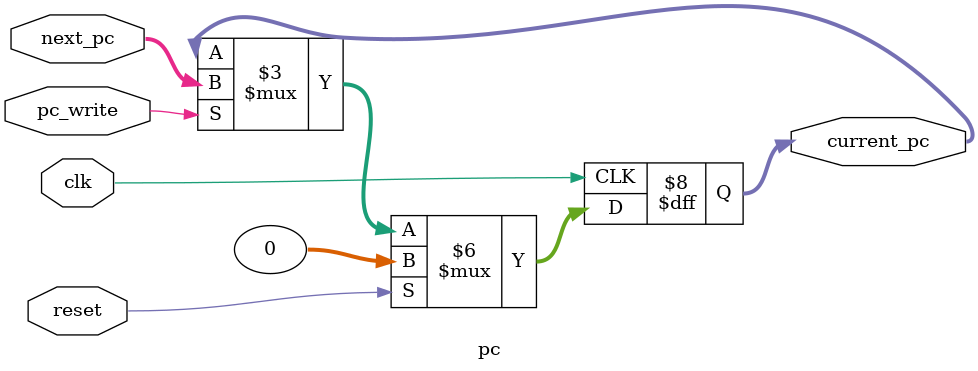
<source format=v>
module pc(input reset,
          input clk,
          input [31:0] next_pc,
          input pc_write,
          output reg [31:0] current_pc);

    always @(posedge clk)begin
        if(reset) 
            current_pc <= 0;
        else if (pc_write)
            current_pc <= next_pc;
        else
            current_pc <= current_pc;
    end


endmodule

</source>
